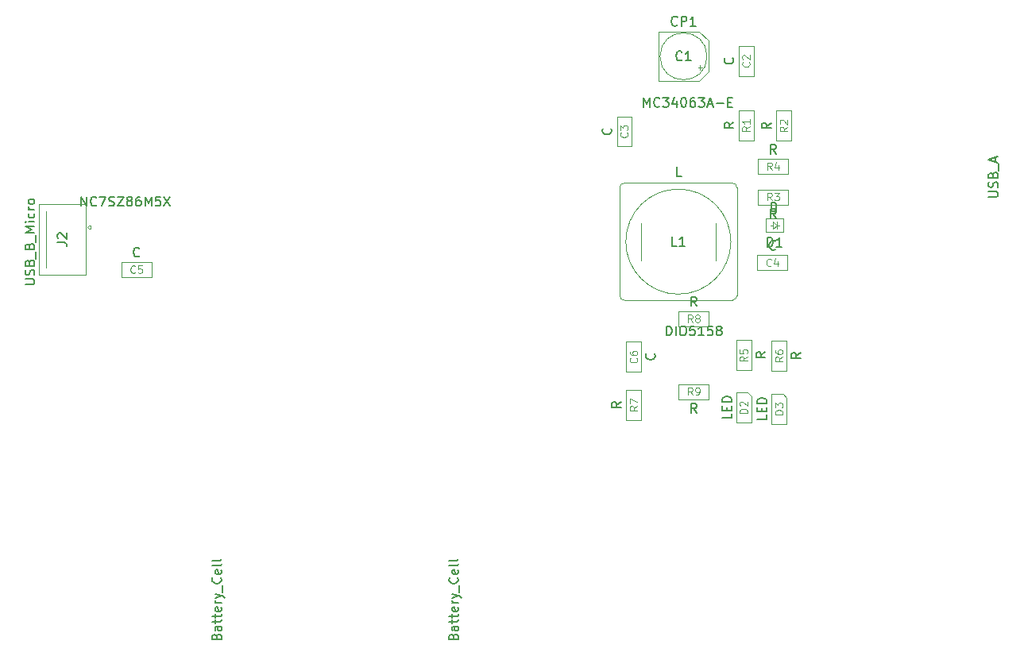
<source format=gbr>
G04 #@! TF.GenerationSoftware,KiCad,Pcbnew,(5.1.2-1)-1*
G04 #@! TF.CreationDate,2019-08-06T14:05:24+03:00*
G04 #@! TF.ProjectId,Boost_Converter,426f6f73-745f-4436-9f6e-766572746572,rev?*
G04 #@! TF.SameCoordinates,Original*
G04 #@! TF.FileFunction,Other,Fab,Top*
%FSLAX46Y46*%
G04 Gerber Fmt 4.6, Leading zero omitted, Abs format (unit mm)*
G04 Created by KiCad (PCBNEW (5.1.2-1)-1) date 2019-08-06 14:05:24*
%MOMM*%
%LPD*%
G04 APERTURE LIST*
%ADD10C,0.100000*%
%ADD11C,0.150000*%
%ADD12C,0.120000*%
G04 APERTURE END LIST*
D10*
X103800000Y-95025000D02*
X103800000Y-92225000D01*
X103800000Y-92225000D02*
X103400000Y-91825000D01*
X103400000Y-91825000D02*
X102200000Y-91825000D01*
X102200000Y-91825000D02*
X102200000Y-95025000D01*
X102200000Y-95025000D02*
X103800000Y-95025000D01*
X99050000Y-56000000D02*
G75*
G03X99050000Y-56000000I-2500000J0D01*
G01*
X93900000Y-58650000D02*
X93900000Y-53350000D01*
X98200000Y-58650000D02*
X93900000Y-58650000D01*
X98200000Y-53350000D02*
X93900000Y-53350000D01*
X99200000Y-57650000D02*
X99200000Y-54350000D01*
X99200000Y-57650000D02*
X98200000Y-58650000D01*
X99200000Y-54350000D02*
X98200000Y-53350000D01*
X98583956Y-57200000D02*
X98083956Y-57200000D01*
X98333956Y-57450000D02*
X98333956Y-56950000D01*
X102450000Y-58087500D02*
X102450000Y-54887500D01*
X104050000Y-58087500D02*
X102450000Y-58087500D01*
X104050000Y-54887500D02*
X104050000Y-58087500D01*
X102450000Y-54887500D02*
X104050000Y-54887500D01*
X89450000Y-62400000D02*
X91050000Y-62400000D01*
X91050000Y-62400000D02*
X91050000Y-65600000D01*
X91050000Y-65600000D02*
X89450000Y-65600000D01*
X89450000Y-65600000D02*
X89450000Y-62400000D01*
X107612500Y-77200000D02*
X107612500Y-78800000D01*
X107612500Y-78800000D02*
X104412500Y-78800000D01*
X104412500Y-78800000D02*
X104412500Y-77200000D01*
X104412500Y-77200000D02*
X107612500Y-77200000D01*
X39850000Y-77950000D02*
X39850000Y-79550000D01*
X39850000Y-79550000D02*
X36650000Y-79550000D01*
X36650000Y-79550000D02*
X36650000Y-77950000D01*
X36650000Y-77950000D02*
X39850000Y-77950000D01*
X92050000Y-86412500D02*
X92050000Y-89612500D01*
X90450000Y-86412500D02*
X92050000Y-86412500D01*
X90450000Y-89612500D02*
X90450000Y-86412500D01*
X92050000Y-89612500D02*
X90450000Y-89612500D01*
X106050000Y-74000000D02*
X105800000Y-74000000D01*
X106050000Y-73650000D02*
X106550000Y-74000000D01*
X106050000Y-74350000D02*
X106050000Y-73650000D01*
X106550000Y-74000000D02*
X106050000Y-74350000D01*
X106550000Y-74000000D02*
X106750000Y-74000000D01*
X106550000Y-74350000D02*
X106550000Y-73650000D01*
X107150000Y-73300000D02*
X107150000Y-74700000D01*
X105350000Y-73300000D02*
X107150000Y-73300000D01*
X105350000Y-74700000D02*
X105350000Y-73300000D01*
X107150000Y-74700000D02*
X105350000Y-74700000D01*
X105950000Y-95175000D02*
X107550000Y-95175000D01*
X105950000Y-91975000D02*
X105950000Y-95175000D01*
X107150000Y-91975000D02*
X105950000Y-91975000D01*
X107550000Y-92375000D02*
X107150000Y-91975000D01*
X107550000Y-95175000D02*
X107550000Y-92375000D01*
X27875000Y-79250000D02*
X32875000Y-79250000D01*
X28573296Y-72500000D02*
X28573296Y-78500000D01*
X27873296Y-71750000D02*
X27873296Y-79250000D01*
X32875000Y-71750000D02*
X32875000Y-79250000D01*
X27875000Y-71750000D02*
X32875000Y-71750000D01*
X32975000Y-74200000D02*
X33175000Y-74000000D01*
X33175000Y-74400000D02*
X32975000Y-74200000D01*
X33385000Y-74000000D02*
X33385000Y-74400000D01*
X33385000Y-74000000D02*
X33175000Y-74000000D01*
X33385000Y-74400000D02*
X33175000Y-74400000D01*
X101600000Y-75750000D02*
G75*
G03X101600000Y-75750000I-5600000J0D01*
G01*
X101750000Y-82000000D02*
X90250000Y-82000000D01*
X100000000Y-73750000D02*
X100000000Y-77750000D01*
X102250000Y-81500000D02*
X102250000Y-70000000D01*
X90250000Y-69500000D02*
X101750000Y-69500000D01*
X89750000Y-81500000D02*
X89750000Y-70000000D01*
X92000000Y-77750000D02*
X92000000Y-73750000D01*
X102250000Y-81500000D02*
G75*
G02X101750000Y-82000000I-500000J0D01*
G01*
X90250000Y-82000000D02*
G75*
G02X89750000Y-81500000I0J500000D01*
G01*
X89750000Y-70000000D02*
G75*
G02X90250000Y-69500000I500000J0D01*
G01*
X101750000Y-69500000D02*
G75*
G02X102250000Y-70000000I0J-500000D01*
G01*
X102450000Y-61750000D02*
X104050000Y-61750000D01*
X104050000Y-61750000D02*
X104050000Y-64950000D01*
X104050000Y-64950000D02*
X102450000Y-64950000D01*
X102450000Y-64950000D02*
X102450000Y-61750000D01*
X106450000Y-65000000D02*
X106450000Y-61800000D01*
X108050000Y-65000000D02*
X106450000Y-65000000D01*
X108050000Y-61800000D02*
X108050000Y-65000000D01*
X106450000Y-61800000D02*
X108050000Y-61800000D01*
X104500000Y-71800000D02*
X104500000Y-70200000D01*
X104500000Y-70200000D02*
X107700000Y-70200000D01*
X107700000Y-70200000D02*
X107700000Y-71800000D01*
X107700000Y-71800000D02*
X104500000Y-71800000D01*
X104500000Y-66950000D02*
X107700000Y-66950000D01*
X104500000Y-68550000D02*
X104500000Y-66950000D01*
X107700000Y-68550000D02*
X104500000Y-68550000D01*
X107700000Y-66950000D02*
X107700000Y-68550000D01*
X103800000Y-89450000D02*
X102200000Y-89450000D01*
X102200000Y-89450000D02*
X102200000Y-86250000D01*
X102200000Y-86250000D02*
X103800000Y-86250000D01*
X103800000Y-86250000D02*
X103800000Y-89450000D01*
X107550000Y-86300000D02*
X107550000Y-89500000D01*
X105950000Y-86300000D02*
X107550000Y-86300000D01*
X105950000Y-89500000D02*
X105950000Y-86300000D01*
X107550000Y-89500000D02*
X105950000Y-89500000D01*
X90450000Y-91550000D02*
X92050000Y-91550000D01*
X92050000Y-91550000D02*
X92050000Y-94750000D01*
X92050000Y-94750000D02*
X90450000Y-94750000D01*
X90450000Y-94750000D02*
X90450000Y-91550000D01*
X99250000Y-83200000D02*
X99250000Y-84800000D01*
X99250000Y-84800000D02*
X96050000Y-84800000D01*
X96050000Y-84800000D02*
X96050000Y-83200000D01*
X96050000Y-83200000D02*
X99250000Y-83200000D01*
X99250000Y-92550000D02*
X96050000Y-92550000D01*
X99250000Y-90950000D02*
X99250000Y-92550000D01*
X96050000Y-90950000D02*
X99250000Y-90950000D01*
X96050000Y-92550000D02*
X96050000Y-90950000D01*
D11*
X101672380Y-94067857D02*
X101672380Y-94544047D01*
X100672380Y-94544047D01*
X101148571Y-93734523D02*
X101148571Y-93401190D01*
X101672380Y-93258333D02*
X101672380Y-93734523D01*
X100672380Y-93734523D01*
X100672380Y-93258333D01*
X101672380Y-92829761D02*
X100672380Y-92829761D01*
X100672380Y-92591666D01*
X100720000Y-92448809D01*
X100815238Y-92353571D01*
X100910476Y-92305952D01*
X101100952Y-92258333D01*
X101243809Y-92258333D01*
X101434285Y-92305952D01*
X101529523Y-92353571D01*
X101624761Y-92448809D01*
X101672380Y-92591666D01*
X101672380Y-92829761D01*
D12*
X103361904Y-94015476D02*
X102561904Y-94015476D01*
X102561904Y-93825000D01*
X102600000Y-93710714D01*
X102676190Y-93634523D01*
X102752380Y-93596428D01*
X102904761Y-93558333D01*
X103019047Y-93558333D01*
X103171428Y-93596428D01*
X103247619Y-93634523D01*
X103323809Y-93710714D01*
X103361904Y-93825000D01*
X103361904Y-94015476D01*
X102638095Y-93253571D02*
X102600000Y-93215476D01*
X102561904Y-93139285D01*
X102561904Y-92948809D01*
X102600000Y-92872619D01*
X102638095Y-92834523D01*
X102714285Y-92796428D01*
X102790476Y-92796428D01*
X102904761Y-92834523D01*
X103361904Y-93291666D01*
X103361904Y-92796428D01*
D11*
X46778571Y-117854761D02*
X46826190Y-117711904D01*
X46873809Y-117664285D01*
X46969047Y-117616666D01*
X47111904Y-117616666D01*
X47207142Y-117664285D01*
X47254761Y-117711904D01*
X47302380Y-117807142D01*
X47302380Y-118188095D01*
X46302380Y-118188095D01*
X46302380Y-117854761D01*
X46350000Y-117759523D01*
X46397619Y-117711904D01*
X46492857Y-117664285D01*
X46588095Y-117664285D01*
X46683333Y-117711904D01*
X46730952Y-117759523D01*
X46778571Y-117854761D01*
X46778571Y-118188095D01*
X47302380Y-116759523D02*
X46778571Y-116759523D01*
X46683333Y-116807142D01*
X46635714Y-116902380D01*
X46635714Y-117092857D01*
X46683333Y-117188095D01*
X47254761Y-116759523D02*
X47302380Y-116854761D01*
X47302380Y-117092857D01*
X47254761Y-117188095D01*
X47159523Y-117235714D01*
X47064285Y-117235714D01*
X46969047Y-117188095D01*
X46921428Y-117092857D01*
X46921428Y-116854761D01*
X46873809Y-116759523D01*
X46635714Y-116426190D02*
X46635714Y-116045238D01*
X46302380Y-116283333D02*
X47159523Y-116283333D01*
X47254761Y-116235714D01*
X47302380Y-116140476D01*
X47302380Y-116045238D01*
X46635714Y-115854761D02*
X46635714Y-115473809D01*
X46302380Y-115711904D02*
X47159523Y-115711904D01*
X47254761Y-115664285D01*
X47302380Y-115569047D01*
X47302380Y-115473809D01*
X47254761Y-114759523D02*
X47302380Y-114854761D01*
X47302380Y-115045238D01*
X47254761Y-115140476D01*
X47159523Y-115188095D01*
X46778571Y-115188095D01*
X46683333Y-115140476D01*
X46635714Y-115045238D01*
X46635714Y-114854761D01*
X46683333Y-114759523D01*
X46778571Y-114711904D01*
X46873809Y-114711904D01*
X46969047Y-115188095D01*
X47302380Y-114283333D02*
X46635714Y-114283333D01*
X46826190Y-114283333D02*
X46730952Y-114235714D01*
X46683333Y-114188095D01*
X46635714Y-114092857D01*
X46635714Y-113997619D01*
X46635714Y-113759523D02*
X47302380Y-113521428D01*
X46635714Y-113283333D02*
X47302380Y-113521428D01*
X47540476Y-113616666D01*
X47588095Y-113664285D01*
X47635714Y-113759523D01*
X47397619Y-113140476D02*
X47397619Y-112378571D01*
X47207142Y-111569047D02*
X47254761Y-111616666D01*
X47302380Y-111759523D01*
X47302380Y-111854761D01*
X47254761Y-111997619D01*
X47159523Y-112092857D01*
X47064285Y-112140476D01*
X46873809Y-112188095D01*
X46730952Y-112188095D01*
X46540476Y-112140476D01*
X46445238Y-112092857D01*
X46350000Y-111997619D01*
X46302380Y-111854761D01*
X46302380Y-111759523D01*
X46350000Y-111616666D01*
X46397619Y-111569047D01*
X47254761Y-110759523D02*
X47302380Y-110854761D01*
X47302380Y-111045238D01*
X47254761Y-111140476D01*
X47159523Y-111188095D01*
X46778571Y-111188095D01*
X46683333Y-111140476D01*
X46635714Y-111045238D01*
X46635714Y-110854761D01*
X46683333Y-110759523D01*
X46778571Y-110711904D01*
X46873809Y-110711904D01*
X46969047Y-111188095D01*
X47302380Y-110140476D02*
X47254761Y-110235714D01*
X47159523Y-110283333D01*
X46302380Y-110283333D01*
X47302380Y-109616666D02*
X47254761Y-109711904D01*
X47159523Y-109759523D01*
X46302380Y-109759523D01*
X72028571Y-117854761D02*
X72076190Y-117711904D01*
X72123809Y-117664285D01*
X72219047Y-117616666D01*
X72361904Y-117616666D01*
X72457142Y-117664285D01*
X72504761Y-117711904D01*
X72552380Y-117807142D01*
X72552380Y-118188095D01*
X71552380Y-118188095D01*
X71552380Y-117854761D01*
X71600000Y-117759523D01*
X71647619Y-117711904D01*
X71742857Y-117664285D01*
X71838095Y-117664285D01*
X71933333Y-117711904D01*
X71980952Y-117759523D01*
X72028571Y-117854761D01*
X72028571Y-118188095D01*
X72552380Y-116759523D02*
X72028571Y-116759523D01*
X71933333Y-116807142D01*
X71885714Y-116902380D01*
X71885714Y-117092857D01*
X71933333Y-117188095D01*
X72504761Y-116759523D02*
X72552380Y-116854761D01*
X72552380Y-117092857D01*
X72504761Y-117188095D01*
X72409523Y-117235714D01*
X72314285Y-117235714D01*
X72219047Y-117188095D01*
X72171428Y-117092857D01*
X72171428Y-116854761D01*
X72123809Y-116759523D01*
X71885714Y-116426190D02*
X71885714Y-116045238D01*
X71552380Y-116283333D02*
X72409523Y-116283333D01*
X72504761Y-116235714D01*
X72552380Y-116140476D01*
X72552380Y-116045238D01*
X71885714Y-115854761D02*
X71885714Y-115473809D01*
X71552380Y-115711904D02*
X72409523Y-115711904D01*
X72504761Y-115664285D01*
X72552380Y-115569047D01*
X72552380Y-115473809D01*
X72504761Y-114759523D02*
X72552380Y-114854761D01*
X72552380Y-115045238D01*
X72504761Y-115140476D01*
X72409523Y-115188095D01*
X72028571Y-115188095D01*
X71933333Y-115140476D01*
X71885714Y-115045238D01*
X71885714Y-114854761D01*
X71933333Y-114759523D01*
X72028571Y-114711904D01*
X72123809Y-114711904D01*
X72219047Y-115188095D01*
X72552380Y-114283333D02*
X71885714Y-114283333D01*
X72076190Y-114283333D02*
X71980952Y-114235714D01*
X71933333Y-114188095D01*
X71885714Y-114092857D01*
X71885714Y-113997619D01*
X71885714Y-113759523D02*
X72552380Y-113521428D01*
X71885714Y-113283333D02*
X72552380Y-113521428D01*
X72790476Y-113616666D01*
X72838095Y-113664285D01*
X72885714Y-113759523D01*
X72647619Y-113140476D02*
X72647619Y-112378571D01*
X72457142Y-111569047D02*
X72504761Y-111616666D01*
X72552380Y-111759523D01*
X72552380Y-111854761D01*
X72504761Y-111997619D01*
X72409523Y-112092857D01*
X72314285Y-112140476D01*
X72123809Y-112188095D01*
X71980952Y-112188095D01*
X71790476Y-112140476D01*
X71695238Y-112092857D01*
X71600000Y-111997619D01*
X71552380Y-111854761D01*
X71552380Y-111759523D01*
X71600000Y-111616666D01*
X71647619Y-111569047D01*
X72504761Y-110759523D02*
X72552380Y-110854761D01*
X72552380Y-111045238D01*
X72504761Y-111140476D01*
X72409523Y-111188095D01*
X72028571Y-111188095D01*
X71933333Y-111140476D01*
X71885714Y-111045238D01*
X71885714Y-110854761D01*
X71933333Y-110759523D01*
X72028571Y-110711904D01*
X72123809Y-110711904D01*
X72219047Y-111188095D01*
X72552380Y-110140476D02*
X72504761Y-110235714D01*
X72409523Y-110283333D01*
X71552380Y-110283333D01*
X72552380Y-109616666D02*
X72504761Y-109711904D01*
X72409523Y-109759523D01*
X71552380Y-109759523D01*
X95883333Y-52657142D02*
X95835714Y-52704761D01*
X95692857Y-52752380D01*
X95597619Y-52752380D01*
X95454761Y-52704761D01*
X95359523Y-52609523D01*
X95311904Y-52514285D01*
X95264285Y-52323809D01*
X95264285Y-52180952D01*
X95311904Y-51990476D01*
X95359523Y-51895238D01*
X95454761Y-51800000D01*
X95597619Y-51752380D01*
X95692857Y-51752380D01*
X95835714Y-51800000D01*
X95883333Y-51847619D01*
X96311904Y-52752380D02*
X96311904Y-51752380D01*
X96692857Y-51752380D01*
X96788095Y-51800000D01*
X96835714Y-51847619D01*
X96883333Y-51942857D01*
X96883333Y-52085714D01*
X96835714Y-52180952D01*
X96788095Y-52228571D01*
X96692857Y-52276190D01*
X96311904Y-52276190D01*
X97835714Y-52752380D02*
X97264285Y-52752380D01*
X97550000Y-52752380D02*
X97550000Y-51752380D01*
X97454761Y-51895238D01*
X97359523Y-51990476D01*
X97264285Y-52038095D01*
X96383333Y-56357142D02*
X96335714Y-56404761D01*
X96192857Y-56452380D01*
X96097619Y-56452380D01*
X95954761Y-56404761D01*
X95859523Y-56309523D01*
X95811904Y-56214285D01*
X95764285Y-56023809D01*
X95764285Y-55880952D01*
X95811904Y-55690476D01*
X95859523Y-55595238D01*
X95954761Y-55500000D01*
X96097619Y-55452380D01*
X96192857Y-55452380D01*
X96335714Y-55500000D01*
X96383333Y-55547619D01*
X97335714Y-56452380D02*
X96764285Y-56452380D01*
X97050000Y-56452380D02*
X97050000Y-55452380D01*
X96954761Y-55595238D01*
X96859523Y-55690476D01*
X96764285Y-55738095D01*
X101787142Y-56177976D02*
X101834761Y-56225595D01*
X101882380Y-56368452D01*
X101882380Y-56463690D01*
X101834761Y-56606547D01*
X101739523Y-56701785D01*
X101644285Y-56749404D01*
X101453809Y-56797023D01*
X101310952Y-56797023D01*
X101120476Y-56749404D01*
X101025238Y-56701785D01*
X100930000Y-56606547D01*
X100882380Y-56463690D01*
X100882380Y-56368452D01*
X100930000Y-56225595D01*
X100977619Y-56177976D01*
D12*
X103535714Y-56620833D02*
X103573809Y-56658928D01*
X103611904Y-56773214D01*
X103611904Y-56849404D01*
X103573809Y-56963690D01*
X103497619Y-57039880D01*
X103421428Y-57077976D01*
X103269047Y-57116071D01*
X103154761Y-57116071D01*
X103002380Y-57077976D01*
X102926190Y-57039880D01*
X102850000Y-56963690D01*
X102811904Y-56849404D01*
X102811904Y-56773214D01*
X102850000Y-56658928D01*
X102888095Y-56620833D01*
X102888095Y-56316071D02*
X102850000Y-56277976D01*
X102811904Y-56201785D01*
X102811904Y-56011309D01*
X102850000Y-55935119D01*
X102888095Y-55897023D01*
X102964285Y-55858928D01*
X103040476Y-55858928D01*
X103154761Y-55897023D01*
X103611904Y-56354166D01*
X103611904Y-55858928D01*
D11*
X88787142Y-63690476D02*
X88834761Y-63738095D01*
X88882380Y-63880952D01*
X88882380Y-63976190D01*
X88834761Y-64119047D01*
X88739523Y-64214285D01*
X88644285Y-64261904D01*
X88453809Y-64309523D01*
X88310952Y-64309523D01*
X88120476Y-64261904D01*
X88025238Y-64214285D01*
X87930000Y-64119047D01*
X87882380Y-63976190D01*
X87882380Y-63880952D01*
X87930000Y-63738095D01*
X87977619Y-63690476D01*
D12*
X90535714Y-64133333D02*
X90573809Y-64171428D01*
X90611904Y-64285714D01*
X90611904Y-64361904D01*
X90573809Y-64476190D01*
X90497619Y-64552380D01*
X90421428Y-64590476D01*
X90269047Y-64628571D01*
X90154761Y-64628571D01*
X90002380Y-64590476D01*
X89926190Y-64552380D01*
X89850000Y-64476190D01*
X89811904Y-64361904D01*
X89811904Y-64285714D01*
X89850000Y-64171428D01*
X89888095Y-64133333D01*
X89811904Y-63866666D02*
X89811904Y-63371428D01*
X90116666Y-63638095D01*
X90116666Y-63523809D01*
X90154761Y-63447619D01*
X90192857Y-63409523D01*
X90269047Y-63371428D01*
X90459523Y-63371428D01*
X90535714Y-63409523D01*
X90573809Y-63447619D01*
X90611904Y-63523809D01*
X90611904Y-63752380D01*
X90573809Y-63828571D01*
X90535714Y-63866666D01*
D11*
X106322023Y-76537142D02*
X106274404Y-76584761D01*
X106131547Y-76632380D01*
X106036309Y-76632380D01*
X105893452Y-76584761D01*
X105798214Y-76489523D01*
X105750595Y-76394285D01*
X105702976Y-76203809D01*
X105702976Y-76060952D01*
X105750595Y-75870476D01*
X105798214Y-75775238D01*
X105893452Y-75680000D01*
X106036309Y-75632380D01*
X106131547Y-75632380D01*
X106274404Y-75680000D01*
X106322023Y-75727619D01*
D12*
X105879166Y-78285714D02*
X105841071Y-78323809D01*
X105726785Y-78361904D01*
X105650595Y-78361904D01*
X105536309Y-78323809D01*
X105460119Y-78247619D01*
X105422023Y-78171428D01*
X105383928Y-78019047D01*
X105383928Y-77904761D01*
X105422023Y-77752380D01*
X105460119Y-77676190D01*
X105536309Y-77600000D01*
X105650595Y-77561904D01*
X105726785Y-77561904D01*
X105841071Y-77600000D01*
X105879166Y-77638095D01*
X106564880Y-77828571D02*
X106564880Y-78361904D01*
X106374404Y-77523809D02*
X106183928Y-78095238D01*
X106679166Y-78095238D01*
D11*
X38559523Y-77287142D02*
X38511904Y-77334761D01*
X38369047Y-77382380D01*
X38273809Y-77382380D01*
X38130952Y-77334761D01*
X38035714Y-77239523D01*
X37988095Y-77144285D01*
X37940476Y-76953809D01*
X37940476Y-76810952D01*
X37988095Y-76620476D01*
X38035714Y-76525238D01*
X38130952Y-76430000D01*
X38273809Y-76382380D01*
X38369047Y-76382380D01*
X38511904Y-76430000D01*
X38559523Y-76477619D01*
D12*
X38116666Y-79035714D02*
X38078571Y-79073809D01*
X37964285Y-79111904D01*
X37888095Y-79111904D01*
X37773809Y-79073809D01*
X37697619Y-78997619D01*
X37659523Y-78921428D01*
X37621428Y-78769047D01*
X37621428Y-78654761D01*
X37659523Y-78502380D01*
X37697619Y-78426190D01*
X37773809Y-78350000D01*
X37888095Y-78311904D01*
X37964285Y-78311904D01*
X38078571Y-78350000D01*
X38116666Y-78388095D01*
X38840476Y-78311904D02*
X38459523Y-78311904D01*
X38421428Y-78692857D01*
X38459523Y-78654761D01*
X38535714Y-78616666D01*
X38726190Y-78616666D01*
X38802380Y-78654761D01*
X38840476Y-78692857D01*
X38878571Y-78769047D01*
X38878571Y-78959523D01*
X38840476Y-79035714D01*
X38802380Y-79073809D01*
X38726190Y-79111904D01*
X38535714Y-79111904D01*
X38459523Y-79073809D01*
X38421428Y-79035714D01*
D11*
X93427142Y-87702976D02*
X93474761Y-87750595D01*
X93522380Y-87893452D01*
X93522380Y-87988690D01*
X93474761Y-88131547D01*
X93379523Y-88226785D01*
X93284285Y-88274404D01*
X93093809Y-88322023D01*
X92950952Y-88322023D01*
X92760476Y-88274404D01*
X92665238Y-88226785D01*
X92570000Y-88131547D01*
X92522380Y-87988690D01*
X92522380Y-87893452D01*
X92570000Y-87750595D01*
X92617619Y-87702976D01*
D12*
X91535714Y-88145833D02*
X91573809Y-88183928D01*
X91611904Y-88298214D01*
X91611904Y-88374404D01*
X91573809Y-88488690D01*
X91497619Y-88564880D01*
X91421428Y-88602976D01*
X91269047Y-88641071D01*
X91154761Y-88641071D01*
X91002380Y-88602976D01*
X90926190Y-88564880D01*
X90850000Y-88488690D01*
X90811904Y-88374404D01*
X90811904Y-88298214D01*
X90850000Y-88183928D01*
X90888095Y-88145833D01*
X90811904Y-87460119D02*
X90811904Y-87612500D01*
X90850000Y-87688690D01*
X90888095Y-87726785D01*
X91002380Y-87802976D01*
X91154761Y-87841071D01*
X91459523Y-87841071D01*
X91535714Y-87802976D01*
X91573809Y-87764880D01*
X91611904Y-87688690D01*
X91611904Y-87536309D01*
X91573809Y-87460119D01*
X91535714Y-87422023D01*
X91459523Y-87383928D01*
X91269047Y-87383928D01*
X91192857Y-87422023D01*
X91154761Y-87460119D01*
X91116666Y-87536309D01*
X91116666Y-87688690D01*
X91154761Y-87764880D01*
X91192857Y-87802976D01*
X91269047Y-87841071D01*
D11*
X105888095Y-72552380D02*
X105888095Y-71552380D01*
X106126190Y-71552380D01*
X106269047Y-71600000D01*
X106364285Y-71695238D01*
X106411904Y-71790476D01*
X106459523Y-71980952D01*
X106459523Y-72123809D01*
X106411904Y-72314285D01*
X106364285Y-72409523D01*
X106269047Y-72504761D01*
X106126190Y-72552380D01*
X105888095Y-72552380D01*
X105511904Y-76302380D02*
X105511904Y-75302380D01*
X105750000Y-75302380D01*
X105892857Y-75350000D01*
X105988095Y-75445238D01*
X106035714Y-75540476D01*
X106083333Y-75730952D01*
X106083333Y-75873809D01*
X106035714Y-76064285D01*
X105988095Y-76159523D01*
X105892857Y-76254761D01*
X105750000Y-76302380D01*
X105511904Y-76302380D01*
X107035714Y-76302380D02*
X106464285Y-76302380D01*
X106750000Y-76302380D02*
X106750000Y-75302380D01*
X106654761Y-75445238D01*
X106559523Y-75540476D01*
X106464285Y-75588095D01*
X105422380Y-94217857D02*
X105422380Y-94694047D01*
X104422380Y-94694047D01*
X104898571Y-93884523D02*
X104898571Y-93551190D01*
X105422380Y-93408333D02*
X105422380Y-93884523D01*
X104422380Y-93884523D01*
X104422380Y-93408333D01*
X105422380Y-92979761D02*
X104422380Y-92979761D01*
X104422380Y-92741666D01*
X104470000Y-92598809D01*
X104565238Y-92503571D01*
X104660476Y-92455952D01*
X104850952Y-92408333D01*
X104993809Y-92408333D01*
X105184285Y-92455952D01*
X105279523Y-92503571D01*
X105374761Y-92598809D01*
X105422380Y-92741666D01*
X105422380Y-92979761D01*
D12*
X107111904Y-94165476D02*
X106311904Y-94165476D01*
X106311904Y-93975000D01*
X106350000Y-93860714D01*
X106426190Y-93784523D01*
X106502380Y-93746428D01*
X106654761Y-93708333D01*
X106769047Y-93708333D01*
X106921428Y-93746428D01*
X106997619Y-93784523D01*
X107073809Y-93860714D01*
X107111904Y-93975000D01*
X107111904Y-94165476D01*
X106311904Y-93441666D02*
X106311904Y-92946428D01*
X106616666Y-93213095D01*
X106616666Y-93098809D01*
X106654761Y-93022619D01*
X106692857Y-92984523D01*
X106769047Y-92946428D01*
X106959523Y-92946428D01*
X107035714Y-92984523D01*
X107073809Y-93022619D01*
X107111904Y-93098809D01*
X107111904Y-93327380D01*
X107073809Y-93403571D01*
X107035714Y-93441666D01*
D11*
X129052380Y-70971428D02*
X129861904Y-70971428D01*
X129957142Y-70923809D01*
X130004761Y-70876190D01*
X130052380Y-70780952D01*
X130052380Y-70590476D01*
X130004761Y-70495238D01*
X129957142Y-70447619D01*
X129861904Y-70400000D01*
X129052380Y-70400000D01*
X130004761Y-69971428D02*
X130052380Y-69828571D01*
X130052380Y-69590476D01*
X130004761Y-69495238D01*
X129957142Y-69447619D01*
X129861904Y-69400000D01*
X129766666Y-69400000D01*
X129671428Y-69447619D01*
X129623809Y-69495238D01*
X129576190Y-69590476D01*
X129528571Y-69780952D01*
X129480952Y-69876190D01*
X129433333Y-69923809D01*
X129338095Y-69971428D01*
X129242857Y-69971428D01*
X129147619Y-69923809D01*
X129100000Y-69876190D01*
X129052380Y-69780952D01*
X129052380Y-69542857D01*
X129100000Y-69400000D01*
X129528571Y-68638095D02*
X129576190Y-68495238D01*
X129623809Y-68447619D01*
X129719047Y-68400000D01*
X129861904Y-68400000D01*
X129957142Y-68447619D01*
X130004761Y-68495238D01*
X130052380Y-68590476D01*
X130052380Y-68971428D01*
X129052380Y-68971428D01*
X129052380Y-68638095D01*
X129100000Y-68542857D01*
X129147619Y-68495238D01*
X129242857Y-68447619D01*
X129338095Y-68447619D01*
X129433333Y-68495238D01*
X129480952Y-68542857D01*
X129528571Y-68638095D01*
X129528571Y-68971428D01*
X130147619Y-68209523D02*
X130147619Y-67447619D01*
X129766666Y-67257142D02*
X129766666Y-66780952D01*
X130052380Y-67352380D02*
X129052380Y-67019047D01*
X130052380Y-66685714D01*
X26377380Y-80323809D02*
X27186904Y-80323809D01*
X27282142Y-80276190D01*
X27329761Y-80228571D01*
X27377380Y-80133333D01*
X27377380Y-79942857D01*
X27329761Y-79847619D01*
X27282142Y-79800000D01*
X27186904Y-79752380D01*
X26377380Y-79752380D01*
X27329761Y-79323809D02*
X27377380Y-79180952D01*
X27377380Y-78942857D01*
X27329761Y-78847619D01*
X27282142Y-78800000D01*
X27186904Y-78752380D01*
X27091666Y-78752380D01*
X26996428Y-78800000D01*
X26948809Y-78847619D01*
X26901190Y-78942857D01*
X26853571Y-79133333D01*
X26805952Y-79228571D01*
X26758333Y-79276190D01*
X26663095Y-79323809D01*
X26567857Y-79323809D01*
X26472619Y-79276190D01*
X26425000Y-79228571D01*
X26377380Y-79133333D01*
X26377380Y-78895238D01*
X26425000Y-78752380D01*
X26853571Y-77990476D02*
X26901190Y-77847619D01*
X26948809Y-77800000D01*
X27044047Y-77752380D01*
X27186904Y-77752380D01*
X27282142Y-77800000D01*
X27329761Y-77847619D01*
X27377380Y-77942857D01*
X27377380Y-78323809D01*
X26377380Y-78323809D01*
X26377380Y-77990476D01*
X26425000Y-77895238D01*
X26472619Y-77847619D01*
X26567857Y-77800000D01*
X26663095Y-77800000D01*
X26758333Y-77847619D01*
X26805952Y-77895238D01*
X26853571Y-77990476D01*
X26853571Y-78323809D01*
X27472619Y-77561904D02*
X27472619Y-76800000D01*
X26853571Y-76228571D02*
X26901190Y-76085714D01*
X26948809Y-76038095D01*
X27044047Y-75990476D01*
X27186904Y-75990476D01*
X27282142Y-76038095D01*
X27329761Y-76085714D01*
X27377380Y-76180952D01*
X27377380Y-76561904D01*
X26377380Y-76561904D01*
X26377380Y-76228571D01*
X26425000Y-76133333D01*
X26472619Y-76085714D01*
X26567857Y-76038095D01*
X26663095Y-76038095D01*
X26758333Y-76085714D01*
X26805952Y-76133333D01*
X26853571Y-76228571D01*
X26853571Y-76561904D01*
X27472619Y-75800000D02*
X27472619Y-75038095D01*
X27377380Y-74800000D02*
X26377380Y-74800000D01*
X27091666Y-74466666D01*
X26377380Y-74133333D01*
X27377380Y-74133333D01*
X27377380Y-73657142D02*
X26710714Y-73657142D01*
X26377380Y-73657142D02*
X26425000Y-73704761D01*
X26472619Y-73657142D01*
X26425000Y-73609523D01*
X26377380Y-73657142D01*
X26472619Y-73657142D01*
X27329761Y-72752380D02*
X27377380Y-72847619D01*
X27377380Y-73038095D01*
X27329761Y-73133333D01*
X27282142Y-73180952D01*
X27186904Y-73228571D01*
X26901190Y-73228571D01*
X26805952Y-73180952D01*
X26758333Y-73133333D01*
X26710714Y-73038095D01*
X26710714Y-72847619D01*
X26758333Y-72752380D01*
X27377380Y-72323809D02*
X26710714Y-72323809D01*
X26901190Y-72323809D02*
X26805952Y-72276190D01*
X26758333Y-72228571D01*
X26710714Y-72133333D01*
X26710714Y-72038095D01*
X27377380Y-71561904D02*
X27329761Y-71657142D01*
X27282142Y-71704761D01*
X27186904Y-71752380D01*
X26901190Y-71752380D01*
X26805952Y-71704761D01*
X26758333Y-71657142D01*
X26710714Y-71561904D01*
X26710714Y-71419047D01*
X26758333Y-71323809D01*
X26805952Y-71276190D01*
X26901190Y-71228571D01*
X27186904Y-71228571D01*
X27282142Y-71276190D01*
X27329761Y-71323809D01*
X27377380Y-71419047D01*
X27377380Y-71561904D01*
X29827380Y-75833333D02*
X30541666Y-75833333D01*
X30684523Y-75880952D01*
X30779761Y-75976190D01*
X30827380Y-76119047D01*
X30827380Y-76214285D01*
X29922619Y-75404761D02*
X29875000Y-75357142D01*
X29827380Y-75261904D01*
X29827380Y-75023809D01*
X29875000Y-74928571D01*
X29922619Y-74880952D01*
X30017857Y-74833333D01*
X30113095Y-74833333D01*
X30255952Y-74880952D01*
X30827380Y-75452380D01*
X30827380Y-74833333D01*
X96309523Y-68802380D02*
X95833333Y-68802380D01*
X95833333Y-67802380D01*
X95833333Y-76202380D02*
X95357142Y-76202380D01*
X95357142Y-75202380D01*
X96690476Y-76202380D02*
X96119047Y-76202380D01*
X96404761Y-76202380D02*
X96404761Y-75202380D01*
X96309523Y-75345238D01*
X96214285Y-75440476D01*
X96119047Y-75488095D01*
X101882380Y-63040476D02*
X101406190Y-63373809D01*
X101882380Y-63611904D02*
X100882380Y-63611904D01*
X100882380Y-63230952D01*
X100930000Y-63135714D01*
X100977619Y-63088095D01*
X101072857Y-63040476D01*
X101215714Y-63040476D01*
X101310952Y-63088095D01*
X101358571Y-63135714D01*
X101406190Y-63230952D01*
X101406190Y-63611904D01*
D12*
X103611904Y-63483333D02*
X103230952Y-63750000D01*
X103611904Y-63940476D02*
X102811904Y-63940476D01*
X102811904Y-63635714D01*
X102850000Y-63559523D01*
X102888095Y-63521428D01*
X102964285Y-63483333D01*
X103078571Y-63483333D01*
X103154761Y-63521428D01*
X103192857Y-63559523D01*
X103230952Y-63635714D01*
X103230952Y-63940476D01*
X103611904Y-62721428D02*
X103611904Y-63178571D01*
X103611904Y-62950000D02*
X102811904Y-62950000D01*
X102926190Y-63026190D01*
X103002380Y-63102380D01*
X103040476Y-63178571D01*
D11*
X105882380Y-63090476D02*
X105406190Y-63423809D01*
X105882380Y-63661904D02*
X104882380Y-63661904D01*
X104882380Y-63280952D01*
X104930000Y-63185714D01*
X104977619Y-63138095D01*
X105072857Y-63090476D01*
X105215714Y-63090476D01*
X105310952Y-63138095D01*
X105358571Y-63185714D01*
X105406190Y-63280952D01*
X105406190Y-63661904D01*
D12*
X107611904Y-63533333D02*
X107230952Y-63800000D01*
X107611904Y-63990476D02*
X106811904Y-63990476D01*
X106811904Y-63685714D01*
X106850000Y-63609523D01*
X106888095Y-63571428D01*
X106964285Y-63533333D01*
X107078571Y-63533333D01*
X107154761Y-63571428D01*
X107192857Y-63609523D01*
X107230952Y-63685714D01*
X107230952Y-63990476D01*
X106888095Y-63228571D02*
X106850000Y-63190476D01*
X106811904Y-63114285D01*
X106811904Y-62923809D01*
X106850000Y-62847619D01*
X106888095Y-62809523D01*
X106964285Y-62771428D01*
X107040476Y-62771428D01*
X107154761Y-62809523D01*
X107611904Y-63266666D01*
X107611904Y-62771428D01*
D11*
X106409523Y-73272380D02*
X106076190Y-72796190D01*
X105838095Y-73272380D02*
X105838095Y-72272380D01*
X106219047Y-72272380D01*
X106314285Y-72320000D01*
X106361904Y-72367619D01*
X106409523Y-72462857D01*
X106409523Y-72605714D01*
X106361904Y-72700952D01*
X106314285Y-72748571D01*
X106219047Y-72796190D01*
X105838095Y-72796190D01*
D12*
X105966666Y-71361904D02*
X105700000Y-70980952D01*
X105509523Y-71361904D02*
X105509523Y-70561904D01*
X105814285Y-70561904D01*
X105890476Y-70600000D01*
X105928571Y-70638095D01*
X105966666Y-70714285D01*
X105966666Y-70828571D01*
X105928571Y-70904761D01*
X105890476Y-70942857D01*
X105814285Y-70980952D01*
X105509523Y-70980952D01*
X106233333Y-70561904D02*
X106728571Y-70561904D01*
X106461904Y-70866666D01*
X106576190Y-70866666D01*
X106652380Y-70904761D01*
X106690476Y-70942857D01*
X106728571Y-71019047D01*
X106728571Y-71209523D01*
X106690476Y-71285714D01*
X106652380Y-71323809D01*
X106576190Y-71361904D01*
X106347619Y-71361904D01*
X106271428Y-71323809D01*
X106233333Y-71285714D01*
D11*
X106409523Y-66382380D02*
X106076190Y-65906190D01*
X105838095Y-66382380D02*
X105838095Y-65382380D01*
X106219047Y-65382380D01*
X106314285Y-65430000D01*
X106361904Y-65477619D01*
X106409523Y-65572857D01*
X106409523Y-65715714D01*
X106361904Y-65810952D01*
X106314285Y-65858571D01*
X106219047Y-65906190D01*
X105838095Y-65906190D01*
D12*
X105966666Y-68111904D02*
X105700000Y-67730952D01*
X105509523Y-68111904D02*
X105509523Y-67311904D01*
X105814285Y-67311904D01*
X105890476Y-67350000D01*
X105928571Y-67388095D01*
X105966666Y-67464285D01*
X105966666Y-67578571D01*
X105928571Y-67654761D01*
X105890476Y-67692857D01*
X105814285Y-67730952D01*
X105509523Y-67730952D01*
X106652380Y-67578571D02*
X106652380Y-68111904D01*
X106461904Y-67273809D02*
X106271428Y-67845238D01*
X106766666Y-67845238D01*
D11*
X105272380Y-87540476D02*
X104796190Y-87873809D01*
X105272380Y-88111904D02*
X104272380Y-88111904D01*
X104272380Y-87730952D01*
X104320000Y-87635714D01*
X104367619Y-87588095D01*
X104462857Y-87540476D01*
X104605714Y-87540476D01*
X104700952Y-87588095D01*
X104748571Y-87635714D01*
X104796190Y-87730952D01*
X104796190Y-88111904D01*
D12*
X103361904Y-87983333D02*
X102980952Y-88250000D01*
X103361904Y-88440476D02*
X102561904Y-88440476D01*
X102561904Y-88135714D01*
X102600000Y-88059523D01*
X102638095Y-88021428D01*
X102714285Y-87983333D01*
X102828571Y-87983333D01*
X102904761Y-88021428D01*
X102942857Y-88059523D01*
X102980952Y-88135714D01*
X102980952Y-88440476D01*
X102561904Y-87259523D02*
X102561904Y-87640476D01*
X102942857Y-87678571D01*
X102904761Y-87640476D01*
X102866666Y-87564285D01*
X102866666Y-87373809D01*
X102904761Y-87297619D01*
X102942857Y-87259523D01*
X103019047Y-87221428D01*
X103209523Y-87221428D01*
X103285714Y-87259523D01*
X103323809Y-87297619D01*
X103361904Y-87373809D01*
X103361904Y-87564285D01*
X103323809Y-87640476D01*
X103285714Y-87678571D01*
D11*
X109022380Y-87590476D02*
X108546190Y-87923809D01*
X109022380Y-88161904D02*
X108022380Y-88161904D01*
X108022380Y-87780952D01*
X108070000Y-87685714D01*
X108117619Y-87638095D01*
X108212857Y-87590476D01*
X108355714Y-87590476D01*
X108450952Y-87638095D01*
X108498571Y-87685714D01*
X108546190Y-87780952D01*
X108546190Y-88161904D01*
D12*
X107111904Y-88033333D02*
X106730952Y-88300000D01*
X107111904Y-88490476D02*
X106311904Y-88490476D01*
X106311904Y-88185714D01*
X106350000Y-88109523D01*
X106388095Y-88071428D01*
X106464285Y-88033333D01*
X106578571Y-88033333D01*
X106654761Y-88071428D01*
X106692857Y-88109523D01*
X106730952Y-88185714D01*
X106730952Y-88490476D01*
X106311904Y-87347619D02*
X106311904Y-87500000D01*
X106350000Y-87576190D01*
X106388095Y-87614285D01*
X106502380Y-87690476D01*
X106654761Y-87728571D01*
X106959523Y-87728571D01*
X107035714Y-87690476D01*
X107073809Y-87652380D01*
X107111904Y-87576190D01*
X107111904Y-87423809D01*
X107073809Y-87347619D01*
X107035714Y-87309523D01*
X106959523Y-87271428D01*
X106769047Y-87271428D01*
X106692857Y-87309523D01*
X106654761Y-87347619D01*
X106616666Y-87423809D01*
X106616666Y-87576190D01*
X106654761Y-87652380D01*
X106692857Y-87690476D01*
X106769047Y-87728571D01*
D11*
X89882380Y-92840476D02*
X89406190Y-93173809D01*
X89882380Y-93411904D02*
X88882380Y-93411904D01*
X88882380Y-93030952D01*
X88930000Y-92935714D01*
X88977619Y-92888095D01*
X89072857Y-92840476D01*
X89215714Y-92840476D01*
X89310952Y-92888095D01*
X89358571Y-92935714D01*
X89406190Y-93030952D01*
X89406190Y-93411904D01*
D12*
X91611904Y-93283333D02*
X91230952Y-93550000D01*
X91611904Y-93740476D02*
X90811904Y-93740476D01*
X90811904Y-93435714D01*
X90850000Y-93359523D01*
X90888095Y-93321428D01*
X90964285Y-93283333D01*
X91078571Y-93283333D01*
X91154761Y-93321428D01*
X91192857Y-93359523D01*
X91230952Y-93435714D01*
X91230952Y-93740476D01*
X90811904Y-93016666D02*
X90811904Y-92483333D01*
X91611904Y-92826190D01*
D11*
X97959523Y-82632380D02*
X97626190Y-82156190D01*
X97388095Y-82632380D02*
X97388095Y-81632380D01*
X97769047Y-81632380D01*
X97864285Y-81680000D01*
X97911904Y-81727619D01*
X97959523Y-81822857D01*
X97959523Y-81965714D01*
X97911904Y-82060952D01*
X97864285Y-82108571D01*
X97769047Y-82156190D01*
X97388095Y-82156190D01*
D12*
X97516666Y-84361904D02*
X97250000Y-83980952D01*
X97059523Y-84361904D02*
X97059523Y-83561904D01*
X97364285Y-83561904D01*
X97440476Y-83600000D01*
X97478571Y-83638095D01*
X97516666Y-83714285D01*
X97516666Y-83828571D01*
X97478571Y-83904761D01*
X97440476Y-83942857D01*
X97364285Y-83980952D01*
X97059523Y-83980952D01*
X97973809Y-83904761D02*
X97897619Y-83866666D01*
X97859523Y-83828571D01*
X97821428Y-83752380D01*
X97821428Y-83714285D01*
X97859523Y-83638095D01*
X97897619Y-83600000D01*
X97973809Y-83561904D01*
X98126190Y-83561904D01*
X98202380Y-83600000D01*
X98240476Y-83638095D01*
X98278571Y-83714285D01*
X98278571Y-83752380D01*
X98240476Y-83828571D01*
X98202380Y-83866666D01*
X98126190Y-83904761D01*
X97973809Y-83904761D01*
X97897619Y-83942857D01*
X97859523Y-83980952D01*
X97821428Y-84057142D01*
X97821428Y-84209523D01*
X97859523Y-84285714D01*
X97897619Y-84323809D01*
X97973809Y-84361904D01*
X98126190Y-84361904D01*
X98202380Y-84323809D01*
X98240476Y-84285714D01*
X98278571Y-84209523D01*
X98278571Y-84057142D01*
X98240476Y-83980952D01*
X98202380Y-83942857D01*
X98126190Y-83904761D01*
D11*
X97959523Y-94022380D02*
X97626190Y-93546190D01*
X97388095Y-94022380D02*
X97388095Y-93022380D01*
X97769047Y-93022380D01*
X97864285Y-93070000D01*
X97911904Y-93117619D01*
X97959523Y-93212857D01*
X97959523Y-93355714D01*
X97911904Y-93450952D01*
X97864285Y-93498571D01*
X97769047Y-93546190D01*
X97388095Y-93546190D01*
D12*
X97516666Y-92111904D02*
X97250000Y-91730952D01*
X97059523Y-92111904D02*
X97059523Y-91311904D01*
X97364285Y-91311904D01*
X97440476Y-91350000D01*
X97478571Y-91388095D01*
X97516666Y-91464285D01*
X97516666Y-91578571D01*
X97478571Y-91654761D01*
X97440476Y-91692857D01*
X97364285Y-91730952D01*
X97059523Y-91730952D01*
X97897619Y-92111904D02*
X98050000Y-92111904D01*
X98126190Y-92073809D01*
X98164285Y-92035714D01*
X98240476Y-91921428D01*
X98278571Y-91769047D01*
X98278571Y-91464285D01*
X98240476Y-91388095D01*
X98202380Y-91350000D01*
X98126190Y-91311904D01*
X97973809Y-91311904D01*
X97897619Y-91350000D01*
X97859523Y-91388095D01*
X97821428Y-91464285D01*
X97821428Y-91654761D01*
X97859523Y-91730952D01*
X97897619Y-91769047D01*
X97973809Y-91807142D01*
X98126190Y-91807142D01*
X98202380Y-91769047D01*
X98240476Y-91730952D01*
X98278571Y-91654761D01*
D11*
X92285714Y-61402380D02*
X92285714Y-60402380D01*
X92619047Y-61116666D01*
X92952380Y-60402380D01*
X92952380Y-61402380D01*
X94000000Y-61307142D02*
X93952380Y-61354761D01*
X93809523Y-61402380D01*
X93714285Y-61402380D01*
X93571428Y-61354761D01*
X93476190Y-61259523D01*
X93428571Y-61164285D01*
X93380952Y-60973809D01*
X93380952Y-60830952D01*
X93428571Y-60640476D01*
X93476190Y-60545238D01*
X93571428Y-60450000D01*
X93714285Y-60402380D01*
X93809523Y-60402380D01*
X93952380Y-60450000D01*
X94000000Y-60497619D01*
X94333333Y-60402380D02*
X94952380Y-60402380D01*
X94619047Y-60783333D01*
X94761904Y-60783333D01*
X94857142Y-60830952D01*
X94904761Y-60878571D01*
X94952380Y-60973809D01*
X94952380Y-61211904D01*
X94904761Y-61307142D01*
X94857142Y-61354761D01*
X94761904Y-61402380D01*
X94476190Y-61402380D01*
X94380952Y-61354761D01*
X94333333Y-61307142D01*
X95809523Y-60735714D02*
X95809523Y-61402380D01*
X95571428Y-60354761D02*
X95333333Y-61069047D01*
X95952380Y-61069047D01*
X96523809Y-60402380D02*
X96619047Y-60402380D01*
X96714285Y-60450000D01*
X96761904Y-60497619D01*
X96809523Y-60592857D01*
X96857142Y-60783333D01*
X96857142Y-61021428D01*
X96809523Y-61211904D01*
X96761904Y-61307142D01*
X96714285Y-61354761D01*
X96619047Y-61402380D01*
X96523809Y-61402380D01*
X96428571Y-61354761D01*
X96380952Y-61307142D01*
X96333333Y-61211904D01*
X96285714Y-61021428D01*
X96285714Y-60783333D01*
X96333333Y-60592857D01*
X96380952Y-60497619D01*
X96428571Y-60450000D01*
X96523809Y-60402380D01*
X97714285Y-60402380D02*
X97523809Y-60402380D01*
X97428571Y-60450000D01*
X97380952Y-60497619D01*
X97285714Y-60640476D01*
X97238095Y-60830952D01*
X97238095Y-61211904D01*
X97285714Y-61307142D01*
X97333333Y-61354761D01*
X97428571Y-61402380D01*
X97619047Y-61402380D01*
X97714285Y-61354761D01*
X97761904Y-61307142D01*
X97809523Y-61211904D01*
X97809523Y-60973809D01*
X97761904Y-60878571D01*
X97714285Y-60830952D01*
X97619047Y-60783333D01*
X97428571Y-60783333D01*
X97333333Y-60830952D01*
X97285714Y-60878571D01*
X97238095Y-60973809D01*
X98142857Y-60402380D02*
X98761904Y-60402380D01*
X98428571Y-60783333D01*
X98571428Y-60783333D01*
X98666666Y-60830952D01*
X98714285Y-60878571D01*
X98761904Y-60973809D01*
X98761904Y-61211904D01*
X98714285Y-61307142D01*
X98666666Y-61354761D01*
X98571428Y-61402380D01*
X98285714Y-61402380D01*
X98190476Y-61354761D01*
X98142857Y-61307142D01*
X99142857Y-61116666D02*
X99619047Y-61116666D01*
X99047619Y-61402380D02*
X99380952Y-60402380D01*
X99714285Y-61402380D01*
X100047619Y-61021428D02*
X100809523Y-61021428D01*
X101285714Y-60878571D02*
X101619047Y-60878571D01*
X101761904Y-61402380D02*
X101285714Y-61402380D01*
X101285714Y-60402380D01*
X101761904Y-60402380D01*
X94721428Y-85752380D02*
X94721428Y-84752380D01*
X94959523Y-84752380D01*
X95102380Y-84800000D01*
X95197619Y-84895238D01*
X95245238Y-84990476D01*
X95292857Y-85180952D01*
X95292857Y-85323809D01*
X95245238Y-85514285D01*
X95197619Y-85609523D01*
X95102380Y-85704761D01*
X94959523Y-85752380D01*
X94721428Y-85752380D01*
X95721428Y-85752380D02*
X95721428Y-84752380D01*
X96388095Y-84752380D02*
X96578571Y-84752380D01*
X96673809Y-84800000D01*
X96769047Y-84895238D01*
X96816666Y-85085714D01*
X96816666Y-85419047D01*
X96769047Y-85609523D01*
X96673809Y-85704761D01*
X96578571Y-85752380D01*
X96388095Y-85752380D01*
X96292857Y-85704761D01*
X96197619Y-85609523D01*
X96150000Y-85419047D01*
X96150000Y-85085714D01*
X96197619Y-84895238D01*
X96292857Y-84800000D01*
X96388095Y-84752380D01*
X97721428Y-84752380D02*
X97245238Y-84752380D01*
X97197619Y-85228571D01*
X97245238Y-85180952D01*
X97340476Y-85133333D01*
X97578571Y-85133333D01*
X97673809Y-85180952D01*
X97721428Y-85228571D01*
X97769047Y-85323809D01*
X97769047Y-85561904D01*
X97721428Y-85657142D01*
X97673809Y-85704761D01*
X97578571Y-85752380D01*
X97340476Y-85752380D01*
X97245238Y-85704761D01*
X97197619Y-85657142D01*
X98721428Y-85752380D02*
X98150000Y-85752380D01*
X98435714Y-85752380D02*
X98435714Y-84752380D01*
X98340476Y-84895238D01*
X98245238Y-84990476D01*
X98150000Y-85038095D01*
X99626190Y-84752380D02*
X99150000Y-84752380D01*
X99102380Y-85228571D01*
X99150000Y-85180952D01*
X99245238Y-85133333D01*
X99483333Y-85133333D01*
X99578571Y-85180952D01*
X99626190Y-85228571D01*
X99673809Y-85323809D01*
X99673809Y-85561904D01*
X99626190Y-85657142D01*
X99578571Y-85704761D01*
X99483333Y-85752380D01*
X99245238Y-85752380D01*
X99150000Y-85704761D01*
X99102380Y-85657142D01*
X100245238Y-85180952D02*
X100150000Y-85133333D01*
X100102380Y-85085714D01*
X100054761Y-84990476D01*
X100054761Y-84942857D01*
X100102380Y-84847619D01*
X100150000Y-84800000D01*
X100245238Y-84752380D01*
X100435714Y-84752380D01*
X100530952Y-84800000D01*
X100578571Y-84847619D01*
X100626190Y-84942857D01*
X100626190Y-84990476D01*
X100578571Y-85085714D01*
X100530952Y-85133333D01*
X100435714Y-85180952D01*
X100245238Y-85180952D01*
X100150000Y-85228571D01*
X100102380Y-85276190D01*
X100054761Y-85371428D01*
X100054761Y-85561904D01*
X100102380Y-85657142D01*
X100150000Y-85704761D01*
X100245238Y-85752380D01*
X100435714Y-85752380D01*
X100530952Y-85704761D01*
X100578571Y-85657142D01*
X100626190Y-85561904D01*
X100626190Y-85371428D01*
X100578571Y-85276190D01*
X100530952Y-85228571D01*
X100435714Y-85180952D01*
X32359523Y-71952380D02*
X32359523Y-70952380D01*
X32930952Y-71952380D01*
X32930952Y-70952380D01*
X33978571Y-71857142D02*
X33930952Y-71904761D01*
X33788095Y-71952380D01*
X33692857Y-71952380D01*
X33550000Y-71904761D01*
X33454761Y-71809523D01*
X33407142Y-71714285D01*
X33359523Y-71523809D01*
X33359523Y-71380952D01*
X33407142Y-71190476D01*
X33454761Y-71095238D01*
X33550000Y-71000000D01*
X33692857Y-70952380D01*
X33788095Y-70952380D01*
X33930952Y-71000000D01*
X33978571Y-71047619D01*
X34311904Y-70952380D02*
X34978571Y-70952380D01*
X34550000Y-71952380D01*
X35311904Y-71904761D02*
X35454761Y-71952380D01*
X35692857Y-71952380D01*
X35788095Y-71904761D01*
X35835714Y-71857142D01*
X35883333Y-71761904D01*
X35883333Y-71666666D01*
X35835714Y-71571428D01*
X35788095Y-71523809D01*
X35692857Y-71476190D01*
X35502380Y-71428571D01*
X35407142Y-71380952D01*
X35359523Y-71333333D01*
X35311904Y-71238095D01*
X35311904Y-71142857D01*
X35359523Y-71047619D01*
X35407142Y-71000000D01*
X35502380Y-70952380D01*
X35740476Y-70952380D01*
X35883333Y-71000000D01*
X36216666Y-70952380D02*
X36883333Y-70952380D01*
X36216666Y-71952380D01*
X36883333Y-71952380D01*
X37407142Y-71380952D02*
X37311904Y-71333333D01*
X37264285Y-71285714D01*
X37216666Y-71190476D01*
X37216666Y-71142857D01*
X37264285Y-71047619D01*
X37311904Y-71000000D01*
X37407142Y-70952380D01*
X37597619Y-70952380D01*
X37692857Y-71000000D01*
X37740476Y-71047619D01*
X37788095Y-71142857D01*
X37788095Y-71190476D01*
X37740476Y-71285714D01*
X37692857Y-71333333D01*
X37597619Y-71380952D01*
X37407142Y-71380952D01*
X37311904Y-71428571D01*
X37264285Y-71476190D01*
X37216666Y-71571428D01*
X37216666Y-71761904D01*
X37264285Y-71857142D01*
X37311904Y-71904761D01*
X37407142Y-71952380D01*
X37597619Y-71952380D01*
X37692857Y-71904761D01*
X37740476Y-71857142D01*
X37788095Y-71761904D01*
X37788095Y-71571428D01*
X37740476Y-71476190D01*
X37692857Y-71428571D01*
X37597619Y-71380952D01*
X38645238Y-70952380D02*
X38454761Y-70952380D01*
X38359523Y-71000000D01*
X38311904Y-71047619D01*
X38216666Y-71190476D01*
X38169047Y-71380952D01*
X38169047Y-71761904D01*
X38216666Y-71857142D01*
X38264285Y-71904761D01*
X38359523Y-71952380D01*
X38550000Y-71952380D01*
X38645238Y-71904761D01*
X38692857Y-71857142D01*
X38740476Y-71761904D01*
X38740476Y-71523809D01*
X38692857Y-71428571D01*
X38645238Y-71380952D01*
X38550000Y-71333333D01*
X38359523Y-71333333D01*
X38264285Y-71380952D01*
X38216666Y-71428571D01*
X38169047Y-71523809D01*
X39169047Y-71952380D02*
X39169047Y-70952380D01*
X39502380Y-71666666D01*
X39835714Y-70952380D01*
X39835714Y-71952380D01*
X40788095Y-70952380D02*
X40311904Y-70952380D01*
X40264285Y-71428571D01*
X40311904Y-71380952D01*
X40407142Y-71333333D01*
X40645238Y-71333333D01*
X40740476Y-71380952D01*
X40788095Y-71428571D01*
X40835714Y-71523809D01*
X40835714Y-71761904D01*
X40788095Y-71857142D01*
X40740476Y-71904761D01*
X40645238Y-71952380D01*
X40407142Y-71952380D01*
X40311904Y-71904761D01*
X40264285Y-71857142D01*
X41169047Y-70952380D02*
X41835714Y-71952380D01*
X41835714Y-70952380D02*
X41169047Y-71952380D01*
M02*

</source>
